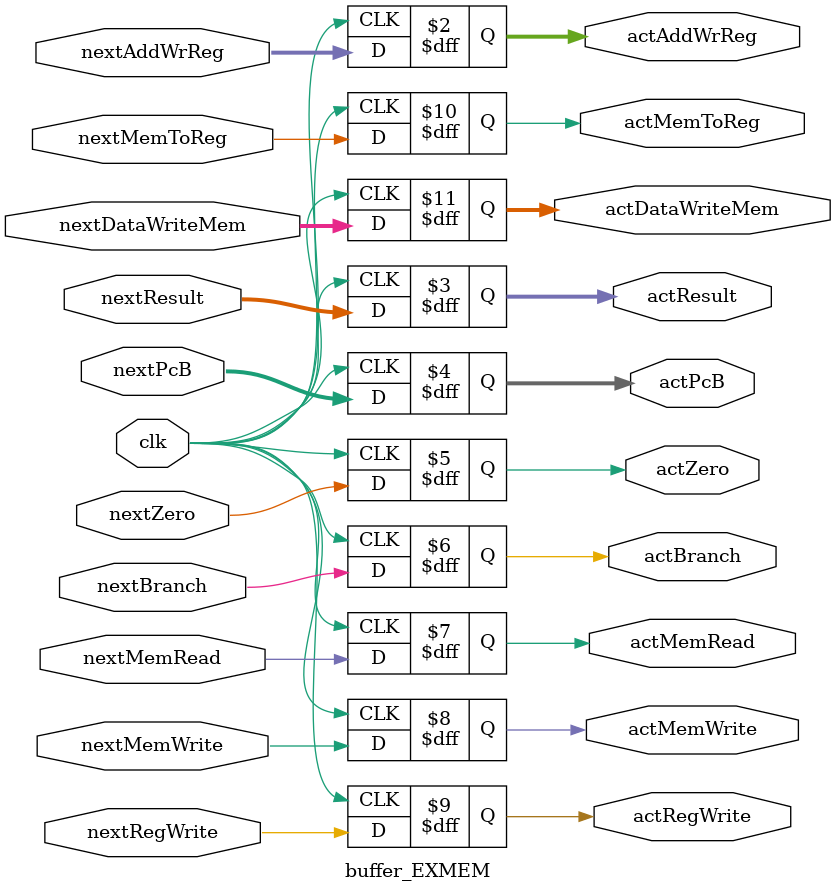
<source format=sv>

module buffer_EXMEM(input logic clk,nextZero,nextBranch,nextMemRead,nextMemWrite,nextRegWrite,nextMemToReg,
                    input logic [4:0] nextAddWrReg,
                    input logic [63:0] nextResult,nextPcB,nextDataWriteMem,
                    output logic [4:0] actAddWrReg,
                    output logic [63:0] actResult,actPcB,
                    output logic actZero,actBranch,actMemRead,actMemWrite,actRegWrite,actMemToReg,
                    output logic [63:0] actDataWriteMem);

always_ff @(posedge clk)
begin
        actAddWrReg <= nextAddWrReg;
        actZero <= nextZero;
        actResult <= nextResult;
        actPcB <= nextPcB;
        actBranch <= nextBranch;
        actMemRead <= nextMemRead;
        actMemWrite <= nextMemWrite;
        actMemToReg <= nextMemToReg;
        actRegWrite <= nextRegWrite;
        actDataWriteMem <= nextDataWriteMem;
end
                    
endmodule

</source>
